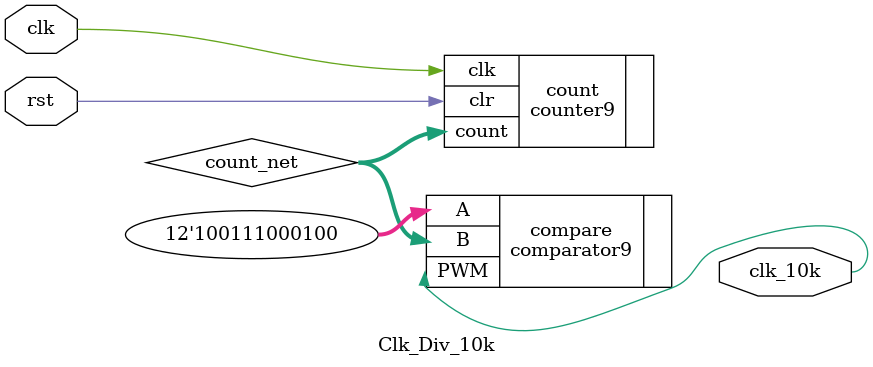
<source format=v>
`timescale 1ns / 1ps


module Clk_Div_10k(
    input clk,
    input rst,
    output clk_10k
    );
   
        wire [10:0] count_net;
        
        comparator9 compare (
        .A(12'b100111000100),
        .B(count_net),
        .PWM(clk_10k)
        );
        
        counter9 count (
        .clr(rst),
        .clk(clk),
        .count(count_net)  
        );
        
       
endmodule

</source>
